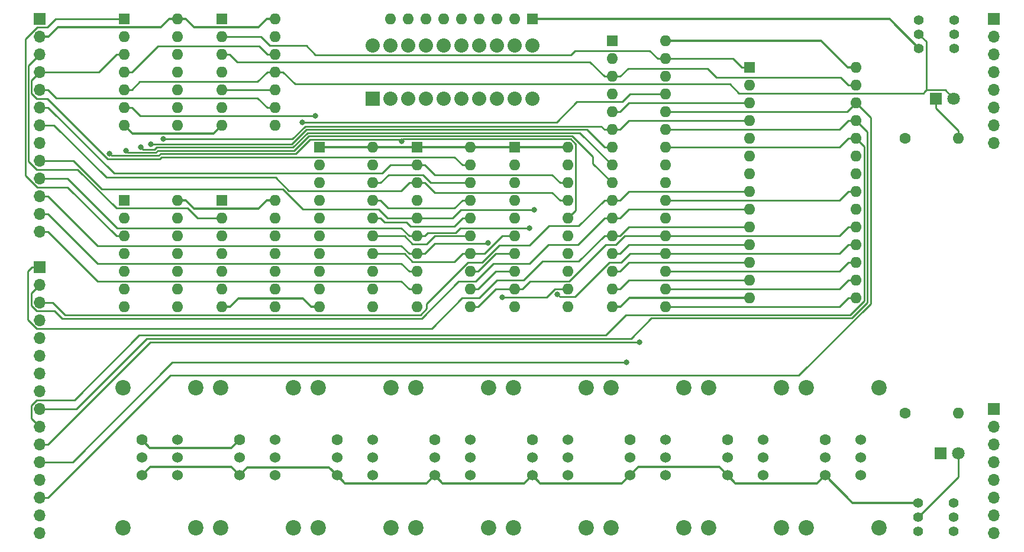
<source format=gtl>
G04 #@! TF.GenerationSoftware,KiCad,Pcbnew,(5.1.2)-2*
G04 #@! TF.CreationDate,2019-08-11T11:02:35+02:00*
G04 #@! TF.ProjectId,Memory,4d656d6f-7279-42e6-9b69-6361645f7063,rev?*
G04 #@! TF.SameCoordinates,Original*
G04 #@! TF.FileFunction,Copper,L1,Top*
G04 #@! TF.FilePolarity,Positive*
%FSLAX46Y46*%
G04 Gerber Fmt 4.6, Leading zero omitted, Abs format (unit mm)*
G04 Created by KiCad (PCBNEW (5.1.2)-2) date 2019-08-11 11:02:35*
%MOMM*%
%LPD*%
G04 APERTURE LIST*
%ADD10O,1.600000X1.600000*%
%ADD11R,1.600000X1.600000*%
%ADD12C,2.200000*%
%ADD13C,1.600000*%
%ADD14C,1.524000*%
%ADD15O,1.700000X1.700000*%
%ADD16R,1.700000X1.700000*%
%ADD17C,1.400000*%
%ADD18R,2.032000X2.032000*%
%ADD19C,2.032000*%
%ADD20C,1.800000*%
%ADD21R,1.800000X1.800000*%
%ADD22C,0.800000*%
%ADD23C,0.350000*%
%ADD24C,0.250000*%
G04 APERTURE END LIST*
D10*
X146685000Y-66040000D03*
X131445000Y-99060000D03*
X146685000Y-68580000D03*
X131445000Y-96520000D03*
X146685000Y-71120000D03*
X131445000Y-93980000D03*
X146685000Y-73660000D03*
X131445000Y-91440000D03*
X146685000Y-76200000D03*
X131445000Y-88900000D03*
X146685000Y-78740000D03*
X131445000Y-86360000D03*
X146685000Y-81280000D03*
X131445000Y-83820000D03*
X146685000Y-83820000D03*
X131445000Y-81280000D03*
X146685000Y-86360000D03*
X131445000Y-78740000D03*
X146685000Y-88900000D03*
X131445000Y-76200000D03*
X146685000Y-91440000D03*
X131445000Y-73660000D03*
X146685000Y-93980000D03*
X131445000Y-71120000D03*
X146685000Y-96520000D03*
X131445000Y-68580000D03*
X146685000Y-99060000D03*
D11*
X131445000Y-66040000D03*
X111760000Y-62230000D03*
D10*
X119380000Y-100330000D03*
X111760000Y-64770000D03*
X119380000Y-97790000D03*
X111760000Y-67310000D03*
X119380000Y-95250000D03*
X111760000Y-69850000D03*
X119380000Y-92710000D03*
X111760000Y-72390000D03*
X119380000Y-90170000D03*
X111760000Y-74930000D03*
X119380000Y-87630000D03*
X111760000Y-77470000D03*
X119380000Y-85090000D03*
X111760000Y-80010000D03*
X119380000Y-82550000D03*
X111760000Y-82550000D03*
X119380000Y-80010000D03*
X111760000Y-85090000D03*
X119380000Y-77470000D03*
X111760000Y-87630000D03*
X119380000Y-74930000D03*
X111760000Y-90170000D03*
X119380000Y-72390000D03*
X111760000Y-92710000D03*
X119380000Y-69850000D03*
X111760000Y-95250000D03*
X119380000Y-67310000D03*
X111760000Y-97790000D03*
X119380000Y-64770000D03*
X111760000Y-100330000D03*
X119380000Y-62230000D03*
D12*
X97663000Y-111887000D03*
X97663000Y-131953000D03*
X108077000Y-131953000D03*
X108077000Y-111887000D03*
D13*
X100330000Y-119380000D03*
D14*
X100330000Y-121920000D03*
X100330000Y-124460000D03*
X105410000Y-119380000D03*
X105410000Y-121920000D03*
X105410000Y-124460000D03*
D15*
X166370000Y-132715000D03*
X166370000Y-130175000D03*
X166370000Y-127635000D03*
X166370000Y-125095000D03*
X166370000Y-122555000D03*
X166370000Y-120015000D03*
X166370000Y-117475000D03*
D16*
X166370000Y-114935000D03*
D15*
X166370000Y-76835000D03*
X166370000Y-74295000D03*
X166370000Y-71755000D03*
X166370000Y-69215000D03*
X166370000Y-66675000D03*
X166370000Y-64135000D03*
X166370000Y-61595000D03*
D16*
X166370000Y-59055000D03*
D14*
X147320000Y-124460000D03*
X147320000Y-121920000D03*
X147320000Y-119380000D03*
X142240000Y-124460000D03*
X142240000Y-121920000D03*
D13*
X142240000Y-119380000D03*
D12*
X149987000Y-111887000D03*
X149987000Y-131953000D03*
X139573000Y-131953000D03*
X139573000Y-111887000D03*
X125603000Y-111887000D03*
X125603000Y-131953000D03*
X136017000Y-131953000D03*
X136017000Y-111887000D03*
D13*
X128270000Y-119380000D03*
D14*
X128270000Y-121920000D03*
X128270000Y-124460000D03*
X133350000Y-119380000D03*
X133350000Y-121920000D03*
X133350000Y-124460000D03*
X119380000Y-124460000D03*
X119380000Y-121920000D03*
X119380000Y-119380000D03*
X114300000Y-124460000D03*
X114300000Y-121920000D03*
D13*
X114300000Y-119380000D03*
D12*
X122047000Y-111887000D03*
X122047000Y-131953000D03*
X111633000Y-131953000D03*
X111633000Y-111887000D03*
D14*
X49530000Y-124460000D03*
X49530000Y-121920000D03*
X49530000Y-119380000D03*
X44450000Y-124460000D03*
X44450000Y-121920000D03*
D13*
X44450000Y-119380000D03*
D12*
X52197000Y-111887000D03*
X52197000Y-131953000D03*
X41783000Y-131953000D03*
X41783000Y-111887000D03*
X55753000Y-111887000D03*
X55753000Y-131953000D03*
X66167000Y-131953000D03*
X66167000Y-111887000D03*
D13*
X58420000Y-119380000D03*
D14*
X58420000Y-121920000D03*
X58420000Y-124460000D03*
X63500000Y-119380000D03*
X63500000Y-121920000D03*
X63500000Y-124460000D03*
X77470000Y-124460000D03*
X77470000Y-121920000D03*
X77470000Y-119380000D03*
X72390000Y-124460000D03*
X72390000Y-121920000D03*
D13*
X72390000Y-119380000D03*
D12*
X80137000Y-111887000D03*
X80137000Y-131953000D03*
X69723000Y-131953000D03*
X69723000Y-111887000D03*
X83693000Y-111887000D03*
X83693000Y-131953000D03*
X94107000Y-131953000D03*
X94107000Y-111887000D03*
D13*
X86360000Y-119380000D03*
D14*
X86360000Y-121920000D03*
X86360000Y-124460000D03*
X91440000Y-119380000D03*
X91440000Y-121920000D03*
X91440000Y-124460000D03*
D17*
X155671000Y-61247000D03*
X155671000Y-63279000D03*
X155671000Y-59215000D03*
X160751000Y-59215000D03*
X160751000Y-61247000D03*
X160751000Y-63279000D03*
X160655000Y-132461000D03*
X160655000Y-130429000D03*
X160655000Y-128397000D03*
X155575000Y-128397000D03*
X155575000Y-132461000D03*
X155575000Y-130429000D03*
D16*
X29845000Y-59055000D03*
D15*
X29845000Y-61595000D03*
X29845000Y-64135000D03*
X29845000Y-66675000D03*
X29845000Y-69215000D03*
X29845000Y-71755000D03*
X29845000Y-74295000D03*
X29845000Y-76835000D03*
X29845000Y-79375000D03*
X29845000Y-81915000D03*
X29845000Y-84455000D03*
X29845000Y-86995000D03*
X29845000Y-89535000D03*
D16*
X29845000Y-94615000D03*
D15*
X29845000Y-97155000D03*
X29845000Y-99695000D03*
X29845000Y-102235000D03*
X29845000Y-104775000D03*
X29845000Y-107315000D03*
X29845000Y-109855000D03*
X29845000Y-112395000D03*
X29845000Y-114935000D03*
X29845000Y-117475000D03*
X29845000Y-120015000D03*
X29845000Y-122555000D03*
X29845000Y-125095000D03*
X29845000Y-127635000D03*
X29845000Y-130175000D03*
X29845000Y-132715000D03*
D18*
X77470000Y-70485000D03*
D19*
X80010000Y-70485000D03*
X82550000Y-70485000D03*
X85090000Y-70485000D03*
X95250000Y-62865000D03*
X92710000Y-62865000D03*
X90170000Y-62865000D03*
X87630000Y-62865000D03*
X87630000Y-70485000D03*
X90170000Y-70485000D03*
X92710000Y-70485000D03*
X95250000Y-70485000D03*
X97790000Y-62865000D03*
X100330000Y-62865000D03*
X100330000Y-70485000D03*
X97790000Y-70485000D03*
X85090000Y-62865000D03*
X82550000Y-62865000D03*
X80010000Y-62865000D03*
X77470000Y-62865000D03*
D20*
X160655000Y-70485000D03*
D21*
X158115000Y-70485000D03*
X158750000Y-121285000D03*
D20*
X161290000Y-121285000D03*
D10*
X49530000Y-59055000D03*
X41910000Y-74295000D03*
X49530000Y-61595000D03*
X41910000Y-71755000D03*
X49530000Y-64135000D03*
X41910000Y-69215000D03*
X49530000Y-66675000D03*
X41910000Y-66675000D03*
X49530000Y-69215000D03*
X41910000Y-64135000D03*
X49530000Y-71755000D03*
X41910000Y-61595000D03*
X49530000Y-74295000D03*
D11*
X41910000Y-59055000D03*
X41910000Y-85090000D03*
D10*
X49530000Y-100330000D03*
X41910000Y-87630000D03*
X49530000Y-97790000D03*
X41910000Y-90170000D03*
X49530000Y-95250000D03*
X41910000Y-92710000D03*
X49530000Y-92710000D03*
X41910000Y-95250000D03*
X49530000Y-90170000D03*
X41910000Y-97790000D03*
X49530000Y-87630000D03*
X41910000Y-100330000D03*
X49530000Y-85090000D03*
X63500000Y-59055000D03*
X55880000Y-74295000D03*
X63500000Y-61595000D03*
X55880000Y-71755000D03*
X63500000Y-64135000D03*
X55880000Y-69215000D03*
X63500000Y-66675000D03*
X55880000Y-66675000D03*
X63500000Y-69215000D03*
X55880000Y-64135000D03*
X63500000Y-71755000D03*
X55880000Y-61595000D03*
X63500000Y-74295000D03*
D11*
X55880000Y-59055000D03*
X55880000Y-85090000D03*
D10*
X63500000Y-100330000D03*
X55880000Y-87630000D03*
X63500000Y-97790000D03*
X55880000Y-90170000D03*
X63500000Y-95250000D03*
X55880000Y-92710000D03*
X63500000Y-92710000D03*
X55880000Y-95250000D03*
X63500000Y-90170000D03*
X55880000Y-97790000D03*
X63500000Y-87630000D03*
X55880000Y-100330000D03*
X63500000Y-85090000D03*
D11*
X69850000Y-77470000D03*
D10*
X77470000Y-100330000D03*
X69850000Y-80010000D03*
X77470000Y-97790000D03*
X69850000Y-82550000D03*
X77470000Y-95250000D03*
X69850000Y-85090000D03*
X77470000Y-92710000D03*
X69850000Y-87630000D03*
X77470000Y-90170000D03*
X69850000Y-90170000D03*
X77470000Y-87630000D03*
X69850000Y-92710000D03*
X77470000Y-85090000D03*
X69850000Y-95250000D03*
X77470000Y-82550000D03*
X69850000Y-97790000D03*
X77470000Y-80010000D03*
X69850000Y-100330000D03*
X77470000Y-77470000D03*
X91440000Y-77470000D03*
X83820000Y-100330000D03*
X91440000Y-80010000D03*
X83820000Y-97790000D03*
X91440000Y-82550000D03*
X83820000Y-95250000D03*
X91440000Y-85090000D03*
X83820000Y-92710000D03*
X91440000Y-87630000D03*
X83820000Y-90170000D03*
X91440000Y-90170000D03*
X83820000Y-87630000D03*
X91440000Y-92710000D03*
X83820000Y-85090000D03*
X91440000Y-95250000D03*
X83820000Y-82550000D03*
X91440000Y-97790000D03*
X83820000Y-80010000D03*
X91440000Y-100330000D03*
D11*
X83820000Y-77470000D03*
X97790000Y-77470000D03*
D10*
X105410000Y-100330000D03*
X97790000Y-80010000D03*
X105410000Y-97790000D03*
X97790000Y-82550000D03*
X105410000Y-95250000D03*
X97790000Y-85090000D03*
X105410000Y-92710000D03*
X97790000Y-87630000D03*
X105410000Y-90170000D03*
X97790000Y-90170000D03*
X105410000Y-87630000D03*
X97790000Y-92710000D03*
X105410000Y-85090000D03*
X97790000Y-95250000D03*
X105410000Y-82550000D03*
X97790000Y-97790000D03*
X105410000Y-80010000D03*
X97790000Y-100330000D03*
X105410000Y-77470000D03*
D11*
X100330000Y-59055000D03*
D10*
X97790000Y-59055000D03*
X95250000Y-59055000D03*
X92710000Y-59055000D03*
X90170000Y-59055000D03*
X87630000Y-59055000D03*
X85090000Y-59055000D03*
X82550000Y-59055000D03*
X80010000Y-59055000D03*
X161290000Y-115570000D03*
D13*
X153670000Y-115570000D03*
X153670000Y-76200000D03*
D10*
X161290000Y-76200000D03*
D22*
X103861700Y-98493400D03*
X47468100Y-76308000D03*
X45700400Y-77036500D03*
X115643700Y-105357500D03*
X44295600Y-77412800D03*
X42169400Y-77942400D03*
X113771100Y-108256400D03*
X67382600Y-73873900D03*
X96012800Y-98965600D03*
X94012800Y-91159000D03*
X99959000Y-89044600D03*
X100574100Y-86464200D03*
X39846400Y-78398900D03*
X81633100Y-76575300D03*
X69266500Y-72931800D03*
D23*
X155671000Y-63279000D02*
X153352000Y-60960000D01*
X58245900Y-99139400D02*
X67484100Y-99139400D01*
X57055300Y-100330000D02*
X58245900Y-99139400D01*
X69850000Y-100330000D02*
X68674700Y-100330000D01*
X55880000Y-100330000D02*
X57055300Y-100330000D01*
X67484100Y-99139400D02*
X68674700Y-100330000D01*
X57282600Y-120517400D02*
X58420000Y-119380000D01*
X45587400Y-120517400D02*
X57282600Y-120517400D01*
X44450000Y-119380000D02*
X45587400Y-120517400D01*
X131445000Y-99060000D02*
X114205300Y-99060000D01*
X114205300Y-99060000D02*
X112935300Y-100330000D01*
X111760000Y-100330000D02*
X112935300Y-100330000D01*
X151130000Y-59055000D02*
X100330000Y-59055000D01*
X151447000Y-59055000D02*
X151130000Y-59055000D01*
X155671000Y-63279000D02*
X151447000Y-59055000D01*
X54693600Y-75481400D02*
X55880000Y-74295000D01*
X43096400Y-75481400D02*
X54693600Y-75481400D01*
X41910000Y-74295000D02*
X43096400Y-75481400D01*
D24*
X161290000Y-76200000D02*
X161290000Y-75074700D01*
X161290000Y-75074700D02*
X158115000Y-71899700D01*
X158115000Y-71899700D02*
X158115000Y-70485000D01*
X145559700Y-99060000D02*
X144289800Y-100329900D01*
X144289800Y-100329900D02*
X120505300Y-100329900D01*
X120505300Y-100329900D02*
X120505300Y-100330000D01*
X119380000Y-100330000D02*
X120505300Y-100330000D01*
X91440000Y-90170000D02*
X86355300Y-90170000D01*
X86355300Y-90170000D02*
X85222100Y-91303200D01*
X85222100Y-91303200D02*
X83191000Y-91303200D01*
X83191000Y-91303200D02*
X82057800Y-90170000D01*
X82057800Y-90170000D02*
X77470000Y-90170000D01*
X146685000Y-99060000D02*
X145559700Y-99060000D01*
X91440000Y-92710000D02*
X90314700Y-92710000D01*
X90314700Y-92710000D02*
X89181500Y-93843200D01*
X89181500Y-93843200D02*
X83191000Y-93843200D01*
X83191000Y-93843200D02*
X82057800Y-92710000D01*
X82057800Y-92710000D02*
X77470000Y-92710000D01*
X92002700Y-92710000D02*
X91440000Y-92710000D01*
X92002700Y-92710000D02*
X92565300Y-92710000D01*
X96664700Y-90170000D02*
X96027900Y-90170000D01*
X96027900Y-90170000D02*
X93487900Y-92710000D01*
X93487900Y-92710000D02*
X92565300Y-92710000D01*
X97790000Y-90170000D02*
X96664700Y-90170000D01*
X145559700Y-96520000D02*
X144289700Y-97790000D01*
X144289700Y-97790000D02*
X119380000Y-97790000D01*
X146685000Y-96520000D02*
X145559700Y-96520000D01*
X146685000Y-68580000D02*
X145559700Y-68580000D01*
X111760000Y-67310000D02*
X112885300Y-67310000D01*
X112885300Y-67310000D02*
X114025500Y-66169800D01*
X114025500Y-66169800D02*
X125398300Y-66169800D01*
X125398300Y-66169800D02*
X126683200Y-67454700D01*
X126683200Y-67454700D02*
X144434400Y-67454700D01*
X144434400Y-67454700D02*
X145559700Y-68580000D01*
X111310000Y-67310000D02*
X111760000Y-67310000D01*
X111310000Y-67310000D02*
X110634700Y-67310000D01*
X110634700Y-67310000D02*
X108585000Y-65260300D01*
X108585000Y-65260300D02*
X58130600Y-65260300D01*
X58130600Y-65260300D02*
X57005300Y-64135000D01*
X55880000Y-64135000D02*
X57005300Y-64135000D01*
X96664700Y-92710000D02*
X95105300Y-92710000D01*
X95105300Y-92710000D02*
X92565300Y-95250000D01*
X97790000Y-92710000D02*
X96664700Y-92710000D01*
X146685000Y-93980000D02*
X145559700Y-93980000D01*
X119380000Y-95250000D02*
X144289700Y-95250000D01*
X144289700Y-95250000D02*
X145559700Y-93980000D01*
X92002700Y-95250000D02*
X91440000Y-95250000D01*
X92002700Y-95250000D02*
X92565300Y-95250000D01*
X92565300Y-97790000D02*
X95105300Y-95250000D01*
X95105300Y-95250000D02*
X97790000Y-95250000D01*
X119380000Y-92710000D02*
X114295300Y-92710000D01*
X114295300Y-92710000D02*
X113025300Y-93980000D01*
X113025300Y-93980000D02*
X111381700Y-93980000D01*
X111381700Y-93980000D02*
X106446300Y-98915400D01*
X106446300Y-98915400D02*
X104283700Y-98915400D01*
X104283700Y-98915400D02*
X103861700Y-98493400D01*
X145559700Y-91440000D02*
X144289700Y-92710000D01*
X144289700Y-92710000D02*
X119380000Y-92710000D01*
X146685000Y-91440000D02*
X145559700Y-91440000D01*
X91440000Y-97790000D02*
X92565300Y-97790000D01*
X112322700Y-72390000D02*
X111760000Y-72390000D01*
X112322700Y-72390000D02*
X112885300Y-72390000D01*
X131445000Y-71120000D02*
X130319700Y-71120000D01*
X112885300Y-72390000D02*
X114155300Y-71120000D01*
X114155300Y-71120000D02*
X130319700Y-71120000D01*
X97790000Y-97790000D02*
X98915300Y-97790000D01*
X119380000Y-90170000D02*
X113560200Y-90170000D01*
X113560200Y-90170000D02*
X112290200Y-91440000D01*
X112290200Y-91440000D02*
X110847000Y-91440000D01*
X110847000Y-91440000D02*
X105622300Y-96664700D01*
X105622300Y-96664700D02*
X100040600Y-96664700D01*
X100040600Y-96664700D02*
X98915300Y-97790000D01*
X145559700Y-88900000D02*
X144289700Y-90170000D01*
X144289700Y-90170000D02*
X119380000Y-90170000D01*
X92565300Y-100330000D02*
X95105300Y-97790000D01*
X95105300Y-97790000D02*
X96664700Y-97790000D01*
X97790000Y-97790000D02*
X96664700Y-97790000D01*
X92002700Y-100330000D02*
X91440000Y-100330000D01*
X92002700Y-100330000D02*
X92565300Y-100330000D01*
X146685000Y-88900000D02*
X145559700Y-88900000D01*
X47468100Y-76308000D02*
X65974300Y-76308000D01*
X65974300Y-76308000D02*
X67793200Y-74489100D01*
X67793200Y-74489100D02*
X110193800Y-74489100D01*
X110193800Y-74489100D02*
X110634700Y-74930000D01*
X111760000Y-74930000D02*
X110634700Y-74930000D01*
X111760000Y-74930000D02*
X112885300Y-74930000D01*
X112885300Y-74930000D02*
X114155300Y-73660000D01*
X114155300Y-73660000D02*
X131445000Y-73660000D01*
X45700400Y-77036500D02*
X65882700Y-77036500D01*
X65882700Y-77036500D02*
X67979800Y-74939400D01*
X67979800Y-74939400D02*
X108104100Y-74939400D01*
X108104100Y-74939400D02*
X110634700Y-77470000D01*
X111760000Y-77470000D02*
X110634700Y-77470000D01*
X31020300Y-120015000D02*
X45677700Y-105357600D01*
X45677700Y-105357600D02*
X45677700Y-105357500D01*
X45677700Y-105357500D02*
X115643700Y-105357500D01*
X29845000Y-120015000D02*
X31020300Y-120015000D01*
X145559700Y-83820000D02*
X144289700Y-85090000D01*
X144289700Y-85090000D02*
X119380000Y-85090000D01*
X146685000Y-83820000D02*
X145559700Y-83820000D01*
X44651000Y-77768200D02*
X44295600Y-77412800D01*
X111760000Y-80010000D02*
X107139700Y-75389700D01*
X68166400Y-75389700D02*
X66069300Y-77486800D01*
X66069300Y-77486800D02*
X46539800Y-77486800D01*
X107139700Y-75389700D02*
X68166400Y-75389700D01*
X46539800Y-77486800D02*
X46258400Y-77768200D01*
X46258400Y-77768200D02*
X44651000Y-77768200D01*
X42445500Y-78218500D02*
X42169400Y-77942400D01*
X46445200Y-78218500D02*
X42445500Y-78218500D01*
X46726600Y-77937100D02*
X46445200Y-78218500D01*
X111760000Y-82550000D02*
X109007800Y-79797800D01*
X109007800Y-79797800D02*
X109007800Y-78825200D01*
X106022600Y-75840000D02*
X68353000Y-75840000D01*
X109007800Y-78825200D02*
X106022600Y-75840000D01*
X68353000Y-75840000D02*
X66255900Y-77937100D01*
X66255900Y-77937100D02*
X46726600Y-77937100D01*
X29845000Y-122555000D02*
X34522500Y-122555000D01*
X34522500Y-122555000D02*
X48821100Y-108256400D01*
X48821100Y-108256400D02*
X113771100Y-108256400D01*
X111760000Y-85090000D02*
X112885300Y-85090000D01*
X112885300Y-85090000D02*
X114155300Y-83820000D01*
X114155300Y-83820000D02*
X131445000Y-83820000D01*
X111197400Y-85090000D02*
X111760000Y-85090000D01*
X111197400Y-85090000D02*
X110634700Y-85090000D01*
X110634700Y-85090000D02*
X106969300Y-88755400D01*
X106969300Y-88755400D02*
X102686000Y-88755400D01*
X102686000Y-88755400D02*
X99895400Y-91546000D01*
X99895400Y-91546000D02*
X95607000Y-91546000D01*
X95607000Y-91546000D02*
X93173000Y-93980000D01*
X93173000Y-93980000D02*
X91105500Y-93980000D01*
X91105500Y-93980000D02*
X85205200Y-99880300D01*
X85205200Y-99880300D02*
X85205200Y-100578800D01*
X85205200Y-100578800D02*
X84307300Y-101476700D01*
X84307300Y-101476700D02*
X33438900Y-101476700D01*
X33438900Y-101476700D02*
X31657200Y-99695000D01*
X31657200Y-99695000D02*
X31020300Y-99695000D01*
X29845000Y-99695000D02*
X31020300Y-99695000D01*
X146122400Y-76200000D02*
X145559700Y-76200000D01*
X146685000Y-76200000D02*
X146122400Y-76200000D01*
X145559700Y-76200000D02*
X144289700Y-77470000D01*
X144289700Y-77470000D02*
X119380000Y-77470000D01*
X145849100Y-101493100D02*
X147844900Y-99497300D01*
X113731500Y-101493100D02*
X145849100Y-101493100D01*
X110812600Y-104412000D02*
X113731500Y-101493100D01*
X29845000Y-117475000D02*
X28669700Y-116299700D01*
X28669700Y-116299700D02*
X28669700Y-114419600D01*
X29424300Y-113665000D02*
X34772100Y-113665000D01*
X28669700Y-114419600D02*
X29424300Y-113665000D01*
X34772100Y-113665000D02*
X44025100Y-104412000D01*
X44025100Y-104412000D02*
X110812600Y-104412000D01*
X147844900Y-77359900D02*
X147844900Y-78469100D01*
X146685000Y-76200000D02*
X147844900Y-77359900D01*
X147844900Y-99497300D02*
X147844900Y-78469100D01*
X111760000Y-87630000D02*
X112885300Y-87630000D01*
X112885300Y-87630000D02*
X114155300Y-86360000D01*
X114155300Y-86360000D02*
X131445000Y-86360000D01*
X110634700Y-87630000D02*
X111760000Y-87630000D01*
X102638000Y-91440000D02*
X106824700Y-91440000D01*
X106824700Y-91440000D02*
X110634700Y-87630000D01*
X99953400Y-94124600D02*
X102638000Y-91440000D01*
X92195400Y-96664600D02*
X94735400Y-94124600D01*
X89790500Y-96664600D02*
X92195400Y-96664600D01*
X84472300Y-101982800D02*
X89790500Y-96664600D01*
X28646100Y-98353900D02*
X28646100Y-100178100D01*
X28646100Y-100178100D02*
X29355800Y-100887800D01*
X29845000Y-97155000D02*
X28646100Y-98353900D01*
X29355800Y-100887800D02*
X31894800Y-100887800D01*
X31894800Y-100887800D02*
X32989800Y-101982800D01*
X94735400Y-94124600D02*
X99953400Y-94124600D01*
X32989800Y-101982800D02*
X84472300Y-101982800D01*
X29845000Y-114935000D02*
X35026500Y-114935000D01*
X35026500Y-114935000D02*
X45099200Y-104862300D01*
X45099200Y-104862300D02*
X114445300Y-104862300D01*
X114445300Y-104862300D02*
X117364200Y-101943400D01*
X117364200Y-101943400D02*
X146035700Y-101943400D01*
X146035700Y-101943400D02*
X148295200Y-99683900D01*
X146136800Y-73660000D02*
X145559700Y-73660000D01*
X146685000Y-73660000D02*
X146136800Y-73660000D01*
X119380000Y-74930000D02*
X144289700Y-74930000D01*
X144289700Y-74930000D02*
X145559700Y-73660000D01*
X148295200Y-75270200D02*
X148295200Y-76032200D01*
X146685000Y-73660000D02*
X148295200Y-75270200D01*
X148295200Y-99683900D02*
X148295200Y-76032200D01*
X111779400Y-90170000D02*
X111760000Y-90170000D01*
X111779400Y-90170000D02*
X112885300Y-90170000D01*
X112885300Y-90170000D02*
X114155300Y-88900000D01*
X114155300Y-88900000D02*
X131445000Y-88900000D01*
X110634700Y-90170000D02*
X111760000Y-90170000D01*
X106969300Y-93835400D02*
X110634700Y-90170000D01*
X101739900Y-93835400D02*
X106969300Y-93835400D01*
X99108600Y-96466700D02*
X101739900Y-93835400D01*
X95298600Y-96466700D02*
X99108600Y-96466700D01*
X90293400Y-99060000D02*
X92705300Y-99060000D01*
X29845000Y-94615000D02*
X28745000Y-94615000D01*
X28151300Y-95208700D02*
X28151300Y-102209200D01*
X28151300Y-102209200D02*
X29352800Y-103410700D01*
X92705300Y-99060000D02*
X95298600Y-96466700D01*
X29352800Y-103410700D02*
X85942700Y-103410700D01*
X28745000Y-94615000D02*
X28151300Y-95208700D01*
X85942700Y-103410700D02*
X90293400Y-99060000D01*
X31020300Y-127635000D02*
X48518300Y-110137000D01*
X48518300Y-110137000D02*
X138479000Y-110137000D01*
X138479000Y-110137000D02*
X148745500Y-99870500D01*
X29845000Y-127635000D02*
X31020300Y-127635000D01*
X148745500Y-73180500D02*
X148745500Y-74831500D01*
X146685000Y-71120000D02*
X148745500Y-73180500D01*
X148745500Y-99870500D02*
X148745500Y-74831500D01*
X148745500Y-74831500D02*
X148745500Y-74024500D01*
X145415000Y-72390000D02*
X144780000Y-72390000D01*
X146685000Y-71120000D02*
X145415000Y-72390000D01*
X119380000Y-72390000D02*
X144780000Y-72390000D01*
X112885300Y-92710000D02*
X114155300Y-91440000D01*
X114155300Y-91440000D02*
X131445000Y-91440000D01*
X91440000Y-82550000D02*
X85779800Y-82550000D01*
X85779800Y-82550000D02*
X84642600Y-81412800D01*
X84642600Y-81412800D02*
X79732500Y-81412800D01*
X79732500Y-81412800D02*
X78595300Y-82550000D01*
X77470000Y-82550000D02*
X78595300Y-82550000D01*
X111760000Y-92710000D02*
X112885300Y-92710000D01*
X119380000Y-69850000D02*
X114295300Y-69850000D01*
X114295300Y-69850000D02*
X113169900Y-70975400D01*
X113169900Y-70975400D02*
X106729200Y-70975400D01*
X106729200Y-70975400D02*
X103830700Y-73873900D01*
X103830700Y-73873900D02*
X67382600Y-73873900D01*
X111760000Y-95250000D02*
X112885300Y-95250000D01*
X112885300Y-95250000D02*
X114155300Y-93980000D01*
X114155300Y-93980000D02*
X131445000Y-93980000D01*
X90314700Y-85090000D02*
X89189400Y-86215300D01*
X89189400Y-86215300D02*
X79720600Y-86215300D01*
X79720600Y-86215300D02*
X78595300Y-85090000D01*
X77470000Y-85090000D02*
X78595300Y-85090000D01*
X91440000Y-85090000D02*
X90314700Y-85090000D01*
D23*
X146685000Y-66040000D02*
X145509700Y-66040000D01*
X119380000Y-62230000D02*
X141699700Y-62230000D01*
X141699700Y-62230000D02*
X145509700Y-66040000D01*
X78645300Y-77470000D02*
X82644700Y-77470000D01*
X114300000Y-124460000D02*
X115490600Y-123269400D01*
X115490600Y-123269400D02*
X127079400Y-123269400D01*
X127079400Y-123269400D02*
X128270000Y-124460000D01*
X100330000Y-124460000D02*
X101467400Y-125597400D01*
X101467400Y-125597400D02*
X113162600Y-125597400D01*
X113162600Y-125597400D02*
X114300000Y-124460000D01*
X58420000Y-124460000D02*
X59566000Y-123314000D01*
X59566000Y-123314000D02*
X71244000Y-123314000D01*
X71244000Y-123314000D02*
X72390000Y-124460000D01*
X58420000Y-124460000D02*
X57238100Y-123278100D01*
X57238100Y-123278100D02*
X45631900Y-123278100D01*
X45631900Y-123278100D02*
X44450000Y-124460000D01*
X49530000Y-59055000D02*
X50705300Y-59055000D01*
X63500000Y-59055000D02*
X62324700Y-59055000D01*
X62324700Y-59055000D02*
X61149300Y-60230400D01*
X61149300Y-60230400D02*
X51880700Y-60230400D01*
X51880700Y-60230400D02*
X50705300Y-59055000D01*
X49530000Y-85090000D02*
X50705300Y-85090000D01*
X142240000Y-124460000D02*
X146177000Y-128397000D01*
X146177000Y-128397000D02*
X155575000Y-128397000D01*
X128270000Y-124460000D02*
X129407400Y-125597400D01*
X129407400Y-125597400D02*
X141102600Y-125597400D01*
X141102600Y-125597400D02*
X142240000Y-124460000D01*
X63500000Y-85090000D02*
X62324700Y-85090000D01*
X62324700Y-85090000D02*
X61149300Y-86265400D01*
X61149300Y-86265400D02*
X51880700Y-86265400D01*
X51880700Y-86265400D02*
X50705300Y-85090000D01*
X72390000Y-124460000D02*
X73527400Y-125597400D01*
X73527400Y-125597400D02*
X85222600Y-125597400D01*
X85222600Y-125597400D02*
X86360000Y-124460000D01*
X100330000Y-124460000D02*
X99192600Y-125597400D01*
X99192600Y-125597400D02*
X87497400Y-125597400D01*
X87497400Y-125597400D02*
X86360000Y-124460000D01*
X84995300Y-77470000D02*
X90264700Y-77470000D01*
X97790000Y-77470000D02*
X92615300Y-77470000D01*
X105410000Y-77470000D02*
X97790000Y-77470000D01*
X91440000Y-77470000D02*
X92615300Y-77470000D01*
X91440000Y-77470000D02*
X90264700Y-77470000D01*
X83820000Y-77470000D02*
X84995300Y-77470000D01*
X83820000Y-77470000D02*
X82644700Y-77470000D01*
X77470000Y-77470000D02*
X78645300Y-77470000D01*
X29845000Y-61595000D02*
X31070300Y-61595000D01*
X49530000Y-59055000D02*
X48354700Y-59055000D01*
X48354700Y-59055000D02*
X47179400Y-60230300D01*
X47179400Y-60230300D02*
X32435000Y-60230300D01*
X32435000Y-60230300D02*
X31070300Y-61595000D01*
X77470000Y-77470000D02*
X76294700Y-77470000D01*
X69850000Y-77470000D02*
X76294700Y-77470000D01*
D24*
X77470000Y-87630000D02*
X78595300Y-87630000D01*
X91440000Y-87630000D02*
X90314700Y-87630000D01*
X90314700Y-87630000D02*
X89178400Y-88766300D01*
X89178400Y-88766300D02*
X82866600Y-88766300D01*
X82866600Y-88766300D02*
X82299900Y-88199600D01*
X82299900Y-88199600D02*
X79164900Y-88199600D01*
X79164900Y-88199600D02*
X78595300Y-87630000D01*
X111760000Y-97790000D02*
X112885300Y-97790000D01*
X112885300Y-97790000D02*
X114155300Y-96520000D01*
X114155300Y-96520000D02*
X131445000Y-96520000D01*
X119380000Y-64770000D02*
X118254700Y-64770000D01*
X118254700Y-64770000D02*
X117108800Y-63624100D01*
X117108800Y-63624100D02*
X106460500Y-63624100D01*
X106460500Y-63624100D02*
X105873600Y-64211000D01*
X105873600Y-64211000D02*
X69309700Y-64211000D01*
X69309700Y-64211000D02*
X67963700Y-62865000D01*
X67963700Y-62865000D02*
X62716500Y-62865000D01*
X62716500Y-62865000D02*
X61446500Y-61595000D01*
X61446500Y-61595000D02*
X55880000Y-61595000D01*
X130319700Y-66040000D02*
X129049700Y-64770000D01*
X129049700Y-64770000D02*
X119380000Y-64770000D01*
X131445000Y-66040000D02*
X130319700Y-66040000D01*
X83820000Y-97790000D02*
X82694700Y-97790000D01*
X29845000Y-89535000D02*
X31020300Y-89535000D01*
X31020300Y-89535000D02*
X38150000Y-96664700D01*
X38150000Y-96664700D02*
X81569400Y-96664700D01*
X81569400Y-96664700D02*
X82694700Y-97790000D01*
X29845000Y-86995000D02*
X31020300Y-86995000D01*
X83820000Y-95250000D02*
X82694700Y-95250000D01*
X82694700Y-95250000D02*
X81569400Y-94124700D01*
X81569400Y-94124700D02*
X38150000Y-94124700D01*
X38150000Y-94124700D02*
X31020300Y-86995000D01*
X104284700Y-97790000D02*
X104262800Y-97768100D01*
X104262800Y-97768100D02*
X103561300Y-97768100D01*
X103561300Y-97768100D02*
X102363800Y-98965600D01*
X102363800Y-98965600D02*
X96012800Y-98965600D01*
X105410000Y-97790000D02*
X104284700Y-97790000D01*
X84945300Y-92710000D02*
X86359900Y-91295400D01*
X86359900Y-91295400D02*
X93876400Y-91295400D01*
X93876400Y-91295400D02*
X94012800Y-91159000D01*
X83820000Y-92710000D02*
X84945300Y-92710000D01*
X83820000Y-92710000D02*
X82694700Y-92710000D01*
X82694700Y-92710000D02*
X81569400Y-91584700D01*
X81569400Y-91584700D02*
X38150000Y-91584700D01*
X38150000Y-91584700D02*
X31020300Y-84455000D01*
X29845000Y-84455000D02*
X31020300Y-84455000D01*
X84945300Y-90170000D02*
X85395700Y-89719600D01*
X85395700Y-89719600D02*
X89355100Y-89719600D01*
X89355100Y-89719600D02*
X90030100Y-89044600D01*
X90030100Y-89044600D02*
X99959000Y-89044600D01*
X83820000Y-90170000D02*
X84945300Y-90170000D01*
X83257400Y-90170000D02*
X83820000Y-90170000D01*
X83257400Y-90170000D02*
X82694700Y-90170000D01*
X82694700Y-90170000D02*
X81569400Y-89044700D01*
X81569400Y-89044700D02*
X40929300Y-89044700D01*
X40929300Y-89044700D02*
X33799600Y-81915000D01*
X33799600Y-81915000D02*
X29845000Y-81915000D01*
X29845000Y-79375000D02*
X34654100Y-79375000D01*
X34654100Y-79375000D02*
X38737300Y-83458200D01*
X38737300Y-83458200D02*
X64587000Y-83458200D01*
X64587000Y-83458200D02*
X67488800Y-86360000D01*
X67488800Y-86360000D02*
X78289700Y-86360000D01*
X78289700Y-86360000D02*
X79559700Y-87630000D01*
X79559700Y-87630000D02*
X83820000Y-87630000D01*
X84945300Y-87630000D02*
X88904700Y-87630000D01*
X88904700Y-87630000D02*
X90070500Y-86464200D01*
X90070500Y-86464200D02*
X100574100Y-86464200D01*
X83820000Y-87630000D02*
X84945300Y-87630000D01*
X39846400Y-78398900D02*
X40116300Y-78668800D01*
X40116300Y-78668800D02*
X46856700Y-78668800D01*
X46856700Y-78668800D02*
X47138100Y-78387400D01*
X47138100Y-78387400D02*
X66442500Y-78387400D01*
X66442500Y-78387400D02*
X68505600Y-76324300D01*
X68505600Y-76324300D02*
X81382100Y-76324300D01*
X81382100Y-76324300D02*
X81633100Y-76575300D01*
X81914600Y-76293800D02*
X81633100Y-76575300D01*
X105831800Y-76293800D02*
X81914600Y-76293800D01*
X106535300Y-76997300D02*
X105831800Y-76293800D01*
X106535300Y-86504700D02*
X106535300Y-76997300D01*
X105410000Y-87630000D02*
X106535300Y-86504700D01*
X83820000Y-82550000D02*
X82694700Y-82550000D01*
X82694700Y-82550000D02*
X81561400Y-83683300D01*
X81561400Y-83683300D02*
X65449200Y-83683300D01*
X65449200Y-83683300D02*
X63579000Y-81813100D01*
X63579000Y-81813100D02*
X39379200Y-81813100D01*
X39379200Y-81813100D02*
X31861100Y-74295000D01*
X31861100Y-74295000D02*
X29845000Y-74295000D01*
X84382700Y-82550000D02*
X83820000Y-82550000D01*
X84382700Y-82550000D02*
X84945300Y-82550000D01*
X105410000Y-85090000D02*
X104284700Y-85090000D01*
X84945300Y-82550000D02*
X86360000Y-83964700D01*
X86360000Y-83964700D02*
X103159400Y-83964700D01*
X103159400Y-83964700D02*
X104284700Y-85090000D01*
X29845000Y-71755000D02*
X31020300Y-71755000D01*
X83820000Y-80010000D02*
X80005300Y-80010000D01*
X80005300Y-80010000D02*
X78814700Y-81200600D01*
X78814700Y-81200600D02*
X40465900Y-81200600D01*
X40465900Y-81200600D02*
X31020300Y-71755000D01*
X84382700Y-80010000D02*
X83820000Y-80010000D01*
X84382700Y-80010000D02*
X84945300Y-80010000D01*
X105410000Y-82550000D02*
X104284700Y-82550000D01*
X84945300Y-80010000D02*
X86360000Y-81424700D01*
X86360000Y-81424700D02*
X103159400Y-81424700D01*
X103159400Y-81424700D02*
X104284700Y-82550000D01*
X40784700Y-64135000D02*
X38244700Y-66675000D01*
X38244700Y-66675000D02*
X29845000Y-66675000D01*
X41910000Y-64135000D02*
X40784700Y-64135000D01*
X89189400Y-78884700D02*
X90314700Y-80010000D01*
X90314700Y-80010000D02*
X91440000Y-80010000D01*
X47025700Y-79136800D02*
X47277800Y-78884700D01*
X29845000Y-66675000D02*
X28669700Y-67850300D01*
X28669700Y-67850300D02*
X28669700Y-69772100D01*
X47277800Y-78884700D02*
X89189400Y-78884700D01*
X28669700Y-69772100D02*
X29382600Y-70485000D01*
X29382600Y-70485000D02*
X30889500Y-70485000D01*
X30889500Y-70485000D02*
X39541300Y-79136800D01*
X39541300Y-79136800D02*
X47025700Y-79136800D01*
X43035300Y-71755000D02*
X44212100Y-72931800D01*
X44212100Y-72931800D02*
X69266500Y-72931800D01*
X41910000Y-71755000D02*
X43035300Y-71755000D01*
X28207000Y-79460700D02*
X29391300Y-80645000D01*
X29391300Y-80645000D02*
X35214200Y-80645000D01*
X35214200Y-80645000D02*
X40784600Y-86215400D01*
X40784600Y-86215400D02*
X51017100Y-86215400D01*
X51017100Y-86215400D02*
X52431700Y-87630000D01*
X52431700Y-87630000D02*
X54754700Y-87630000D01*
X55880000Y-87630000D02*
X54754700Y-87630000D01*
X28206710Y-67169710D02*
X28207000Y-67170000D01*
X28206710Y-65773290D02*
X28206710Y-67169710D01*
X29845000Y-64135000D02*
X28206710Y-65773290D01*
X28207000Y-67170000D02*
X28207000Y-79460700D01*
X63500000Y-69215000D02*
X55880000Y-69215000D01*
X41910000Y-66675000D02*
X43035300Y-66675000D01*
X63500000Y-64135000D02*
X62374700Y-64135000D01*
X62374700Y-64135000D02*
X61213200Y-62973500D01*
X61213200Y-62973500D02*
X46736800Y-62973500D01*
X46736800Y-62973500D02*
X43035300Y-66675000D01*
X156739500Y-69259600D02*
X159429600Y-69259600D01*
X159429600Y-69259600D02*
X160655000Y-70485000D01*
X156739500Y-69259600D02*
X156739500Y-62315500D01*
X156739500Y-62315500D02*
X155671000Y-61247000D01*
X62937400Y-66675000D02*
X63500000Y-66675000D01*
X62937400Y-66675000D02*
X62374700Y-66675000D01*
X41910000Y-69215000D02*
X43035300Y-69215000D01*
X62374700Y-66675000D02*
X60960000Y-68089700D01*
X60960000Y-68089700D02*
X44160600Y-68089700D01*
X44160600Y-68089700D02*
X43035300Y-69215000D01*
X156282500Y-69716600D02*
X156497050Y-69502050D01*
X129915100Y-69716600D02*
X156282500Y-69716600D01*
X156497050Y-69502050D02*
X156739500Y-69259600D01*
X64625300Y-66675000D02*
X66385800Y-68435500D01*
X66385800Y-68435500D02*
X128634000Y-68435500D01*
X63500000Y-66675000D02*
X64625300Y-66675000D01*
X128634000Y-68435500D02*
X129915100Y-69716600D01*
X29845000Y-69215000D02*
X31020300Y-69215000D01*
X63500000Y-71755000D02*
X62374700Y-71755000D01*
X62374700Y-71755000D02*
X61010000Y-70390300D01*
X61010000Y-70390300D02*
X32195600Y-70390300D01*
X32195600Y-70390300D02*
X31020300Y-69215000D01*
X161290000Y-121285000D02*
X161290000Y-124714000D01*
X161290000Y-124714000D02*
X155575000Y-130429000D01*
X41910000Y-59055000D02*
X32058200Y-59055000D01*
X32058200Y-59055000D02*
X30882800Y-60230400D01*
X30882800Y-60230400D02*
X29488900Y-60230400D01*
X29488900Y-60230400D02*
X27756700Y-61962600D01*
X27756700Y-61962600D02*
X27756700Y-81490100D01*
X27756700Y-81490100D02*
X29451600Y-83185000D01*
X29451600Y-83185000D02*
X33799700Y-83185000D01*
X33799700Y-83185000D02*
X40784700Y-90170000D01*
X41910000Y-90170000D02*
X40784700Y-90170000D01*
M02*

</source>
